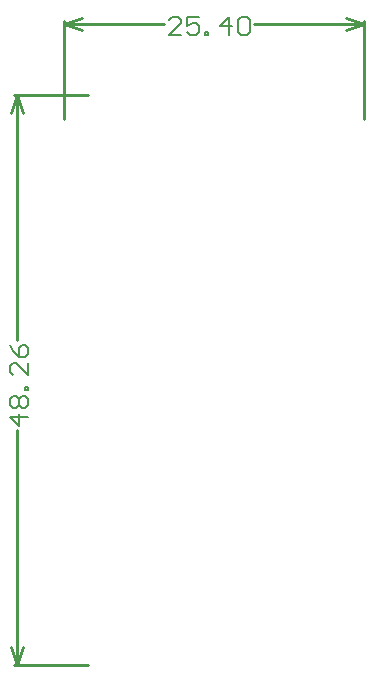
<source format=gm1>
G04 Layer_Color=16711935*
%FSAX25Y25*%
%MOIN*%
G70*
G01*
G75*
%ADD29C,0.01000*%
%ADD35C,0.00600*%
D29*
X0241396Y0397333D02*
X0265896D01*
X0241396Y0207333D02*
X0265896D01*
X0242396Y0315828D02*
Y0397333D01*
Y0207333D02*
Y0285637D01*
X0240396Y0391333D02*
X0242396Y0397333D01*
X0244396Y0391333D01*
X0242396Y0207333D02*
X0244396Y0213333D01*
X0240396D02*
X0242396Y0207333D01*
X0257996Y0389433D02*
Y0422033D01*
X0357996Y0389433D02*
Y0422033D01*
X0257996Y0421033D02*
X0291300D01*
X0321492D02*
X0357996D01*
X0257996D02*
X0263996Y0419033D01*
X0257996Y0421033D02*
X0263996Y0423033D01*
X0351996D02*
X0357996Y0421033D01*
X0351996Y0419033D02*
X0357996Y0421033D01*
D35*
X0245995Y0290236D02*
X0239997D01*
X0242996Y0287237D01*
Y0291236D01*
X0240997Y0293235D02*
X0239997Y0294235D01*
Y0296234D01*
X0240997Y0297234D01*
X0241996D01*
X0242996Y0296234D01*
X0243996Y0297234D01*
X0244995D01*
X0245995Y0296234D01*
Y0294235D01*
X0244995Y0293235D01*
X0243996D01*
X0242996Y0294235D01*
X0241996Y0293235D01*
X0240997D01*
X0242996Y0294235D02*
Y0296234D01*
X0245995Y0299233D02*
X0244995D01*
Y0300233D01*
X0245995D01*
Y0299233D01*
Y0308230D02*
Y0304232D01*
X0241996Y0308230D01*
X0240997D01*
X0239997Y0307231D01*
Y0305231D01*
X0240997Y0304232D01*
X0239997Y0314228D02*
X0240997Y0312229D01*
X0242996Y0310230D01*
X0244995D01*
X0245995Y0311229D01*
Y0313229D01*
X0244995Y0314228D01*
X0243996D01*
X0242996Y0313229D01*
Y0310230D01*
X0296899Y0417434D02*
X0292900D01*
X0296899Y0421432D01*
Y0422432D01*
X0295899Y0423432D01*
X0293900D01*
X0292900Y0422432D01*
X0302897Y0423432D02*
X0298899D01*
Y0420433D01*
X0300898Y0421432D01*
X0301898D01*
X0302897Y0420433D01*
Y0418433D01*
X0301898Y0417434D01*
X0299898D01*
X0298899Y0418433D01*
X0304896Y0417434D02*
Y0418433D01*
X0305896D01*
Y0417434D01*
X0304896D01*
X0312894D02*
Y0423432D01*
X0309895Y0420433D01*
X0313894D01*
X0315893Y0422432D02*
X0316893Y0423432D01*
X0318892D01*
X0319892Y0422432D01*
Y0418433D01*
X0318892Y0417434D01*
X0316893D01*
X0315893Y0418433D01*
Y0422432D01*
M02*

</source>
